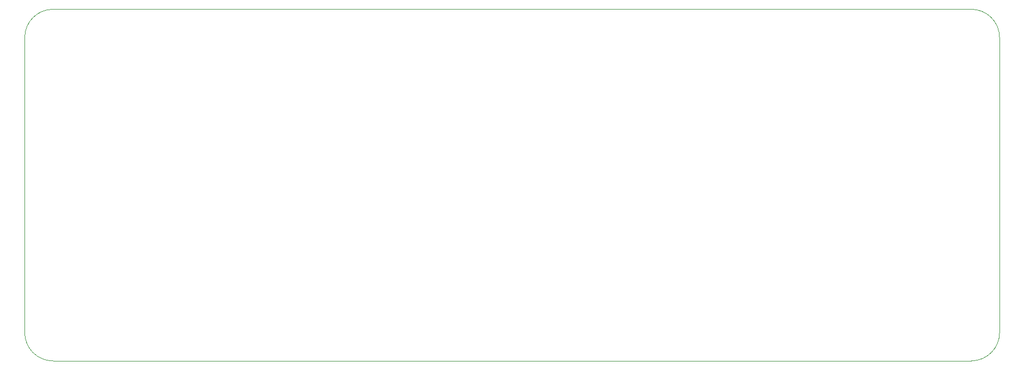
<source format=gbr>
%TF.GenerationSoftware,KiCad,Pcbnew,9.0.2*%
%TF.CreationDate,2025-05-19T15:54:51+02:00*%
%TF.ProjectId,ESC-TFG-KiCad,4553432d-5446-4472-9d4b-694361642e6b,v1.0*%
%TF.SameCoordinates,Original*%
%TF.FileFunction,Profile,NP*%
%FSLAX46Y46*%
G04 Gerber Fmt 4.6, Leading zero omitted, Abs format (unit mm)*
G04 Created by KiCad (PCBNEW 9.0.2) date 2025-05-19 15:54:51*
%MOMM*%
%LPD*%
G01*
G04 APERTURE LIST*
%TA.AperFunction,Profile*%
%ADD10C,0.100000*%
%TD*%
G04 APERTURE END LIST*
D10*
X71353000Y-119990000D02*
G75*
G02*
X66853000Y-115490000I0J4500000D01*
G01*
X66853000Y-115490000D02*
X66853000Y-68490000D01*
X66853000Y-68490000D02*
G75*
G02*
X71353000Y-63990000I4500000J0D01*
G01*
X217353000Y-119990000D02*
X71353000Y-119990000D01*
X71353000Y-63990000D02*
X217353000Y-63990000D01*
X221853000Y-115490000D02*
G75*
G02*
X217353000Y-119990000I-4500000J0D01*
G01*
X217353000Y-63990000D02*
G75*
G02*
X221853000Y-68490000I0J-4500000D01*
G01*
X221853000Y-68490000D02*
X221853000Y-115490000D01*
M02*

</source>
